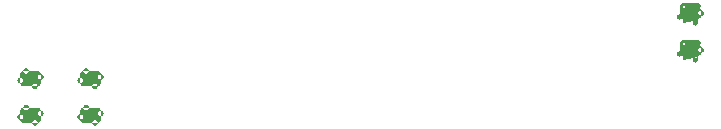
<source format=gbr>
From f3fab3b2e0c5d02cc18abab27c27055bb23d4def Mon Sep 17 00:00:00 2001
From: Blaise Thompson <blaise@untzag.com>
Date: Fri, 5 Mar 2021 10:08:24 -0600
Subject: analog-driver revision B

---
 analog-driver/gerber/driver-F_Paste.gbr | 114 ++++++++++++++++----------------
 1 file changed, 57 insertions(+), 57 deletions(-)

(limited to 'analog-driver/gerber/driver-F_Paste.gbr')

diff --git a/analog-driver/gerber/driver-F_Paste.gbr b/analog-driver/gerber/driver-F_Paste.gbr
index 680742e..0ea4454 100644
--- a/analog-driver/gerber/driver-F_Paste.gbr
+++ b/analog-driver/gerber/driver-F_Paste.gbr
@@ -1,12 +1,12 @@
 %TF.GenerationSoftware,KiCad,Pcbnew,5.1.8+dfsg1-1+b1*%
-%TF.CreationDate,2021-01-29T12:05:02-06:00*%
-%TF.ProjectId,driver,64726976-6572-42e6-9b69-6361645f7063,1.0.0*%
+%TF.CreationDate,2021-03-05T10:02:30-06:00*%
+%TF.ProjectId,driver,64726976-6572-42e6-9b69-6361645f7063,B*%
 %TF.SameCoordinates,Original*%
 %TF.FileFunction,Paste,Top*%
 %TF.FilePolarity,Positive*%
 %FSLAX46Y46*%
 G04 Gerber Fmt 4.6, Leading zero omitted, Abs format (unit mm)*
-G04 Created by KiCad (PCBNEW 5.1.8+dfsg1-1+b1) date 2021-01-29 12:05:02*
+G04 Created by KiCad (PCBNEW 5.1.8+dfsg1-1+b1) date 2021-03-05 10:02:30*
 %MOMM*%
 %LPD*%
 G01*
@@ -71,150 +71,150 @@ G01*
 %TO.C,R2*%
 G36*
 G01*
-X92085000Y-94245000D02*
-X93335000Y-94245000D01*
+X92084999Y-94245000D02*
+X93335001Y-94245000D01*
 G75*
 G02*
-X93585000Y-94495000I0J-250000D01*
+X93585000Y-94494999I0J-249999D01*
 G01*
-X93585000Y-95295000D01*
+X93585000Y-95295001D01*
 G75*
 G02*
-X93335000Y-95545000I-250000J0D01*
+X93335001Y-95545000I-249999J0D01*
 G01*
-X92085000Y-95545000D01*
+X92084999Y-95545000D01*
 G75*
 G02*
-X91835000Y-95295000I0J250000D01*
+X91835000Y-95295001I0J249999D01*
 G01*
-X91835000Y-94495000D01*
+X91835000Y-94494999D01*
 G75*
 G02*
-X92085000Y-94245000I250000J0D01*
+X92084999Y-94245000I249999J0D01*
 G01*
 G37*
 G36*
 G01*
-X92085000Y-91145000D02*
-X93335000Y-91145000D01*
+X92084999Y-91145000D02*
+X93335001Y-91145000D01*
 G75*
 G02*
-X93585000Y-91395000I0J-250000D01*
+X93585000Y-91394999I0J-249999D01*
 G01*
-X93585000Y-92195000D01*
+X93585000Y-92195001D01*
 G75*
 G02*
-X93335000Y-92445000I-250000J0D01*
+X93335001Y-92445000I-249999J0D01*
 G01*
-X92085000Y-92445000D01*
+X92084999Y-92445000D01*
 G75*
 G02*
-X91835000Y-92195000I0J250000D01*
+X91835000Y-92195001I0J249999D01*
 G01*
-X91835000Y-91395000D01*
+X91835000Y-91394999D01*
 G75*
 G02*
-X92085000Y-91145000I250000J0D01*
+X92084999Y-91145000I249999J0D01*
 G01*
 G37*
 %TD*%
 %TO.C,R1*%
 G36*
 G01*
-X98415000Y-92445000D02*
-X97165000Y-92445000D01*
+X98415001Y-92445000D02*
+X97164999Y-92445000D01*
 G75*
 G02*
-X96915000Y-92195000I0J250000D01*
+X96915000Y-92195001I0J249999D01*
 G01*
-X96915000Y-91395000D01*
+X96915000Y-91394999D01*
 G75*
 G02*
-X97165000Y-91145000I250000J0D01*
+X97164999Y-91145000I249999J0D01*
 G01*
-X98415000Y-91145000D01*
+X98415001Y-91145000D01*
 G75*
 G02*
-X98665000Y-91395000I0J-250000D01*
+X98665000Y-91394999I0J-249999D01*
 G01*
-X98665000Y-92195000D01*
+X98665000Y-92195001D01*
 G75*
 G02*
-X98415000Y-92445000I-250000J0D01*
+X98415001Y-92445000I-249999J0D01*
 G01*
 G37*
 G36*
 G01*
-X98415000Y-95545000D02*
-X97165000Y-95545000D01*
+X98415001Y-95545000D02*
+X97164999Y-95545000D01*
 G75*
 G02*
-X96915000Y-95295000I0J250000D01*
+X96915000Y-95295001I0J249999D01*
 G01*
-X96915000Y-94495000D01*
+X96915000Y-94494999D01*
 G75*
 G02*
-X97165000Y-94245000I250000J0D01*
+X97164999Y-94245000I249999J0D01*
 G01*
-X98415000Y-94245000D01*
+X98415001Y-94245000D01*
 G75*
 G02*
-X98665000Y-94495000I0J-250000D01*
+X98665000Y-94494999I0J-249999D01*
 G01*
-X98665000Y-95295000D01*
+X98665000Y-95295001D01*
 G75*
 G02*
-X98415000Y-95545000I-250000J0D01*
+X98415001Y-95545000I-249999J0D01*
 G01*
 G37*
 %TD*%
 %TO.C,C2*%
 G36*
 G01*
-X147939999Y-85747500D02*
-X149240001Y-85747500D01*
+X147939998Y-85405000D02*
+X149240002Y-85405000D01*
 G75*
 G02*
-X149490000Y-85997499I0J-249999D01*
+X149490000Y-85654998I0J-249998D01*
 G01*
-X149490000Y-86822501D01*
+X149490000Y-86480002D01*
 G75*
 G02*
-X149240001Y-87072500I-249999J0D01*
+X149240002Y-86730000I-249998J0D01*
 G01*
-X147939999Y-87072500D01*
+X147939998Y-86730000D01*
 G75*
 G02*
-X147690000Y-86822501I0J249999D01*
+X147690000Y-86480002I0J249998D01*
 G01*
-X147690000Y-85997499D01*
+X147690000Y-85654998D01*
 G75*
 G02*
-X147939999Y-85747500I249999J0D01*
+X147939998Y-85405000I249998J0D01*
 G01*
 G37*
 G36*
 G01*
-X147939999Y-88872500D02*
-X149240001Y-88872500D01*
+X147939998Y-88530000D02*
+X149240002Y-88530000D01*
 G75*
 G02*
-X149490000Y-89122499I0J-249999D01*
+X149490000Y-88779998I0J-249998D01*
 G01*
-X149490000Y-89947501D01*
+X149490000Y-89605002D01*
 G75*
 G02*
-X149240001Y-90197500I-249999J0D01*
+X149240002Y-89855000I-249998J0D01*
 G01*
-X147939999Y-90197500D01*
+X147939998Y-89855000D01*
 G75*
 G02*
-X147690000Y-89947501I0J249999D01*
+X147690000Y-89605002I0J249998D01*
 G01*
-X147690000Y-89122499D01*
+X147690000Y-88779998D01*
 G75*
 G02*
-X147939999Y-88872500I249999J0D01*
+X147939998Y-88530000I249998J0D01*
 G01*
 G37*
 %TD*%
-- 
cgit v1.2.3


</source>
